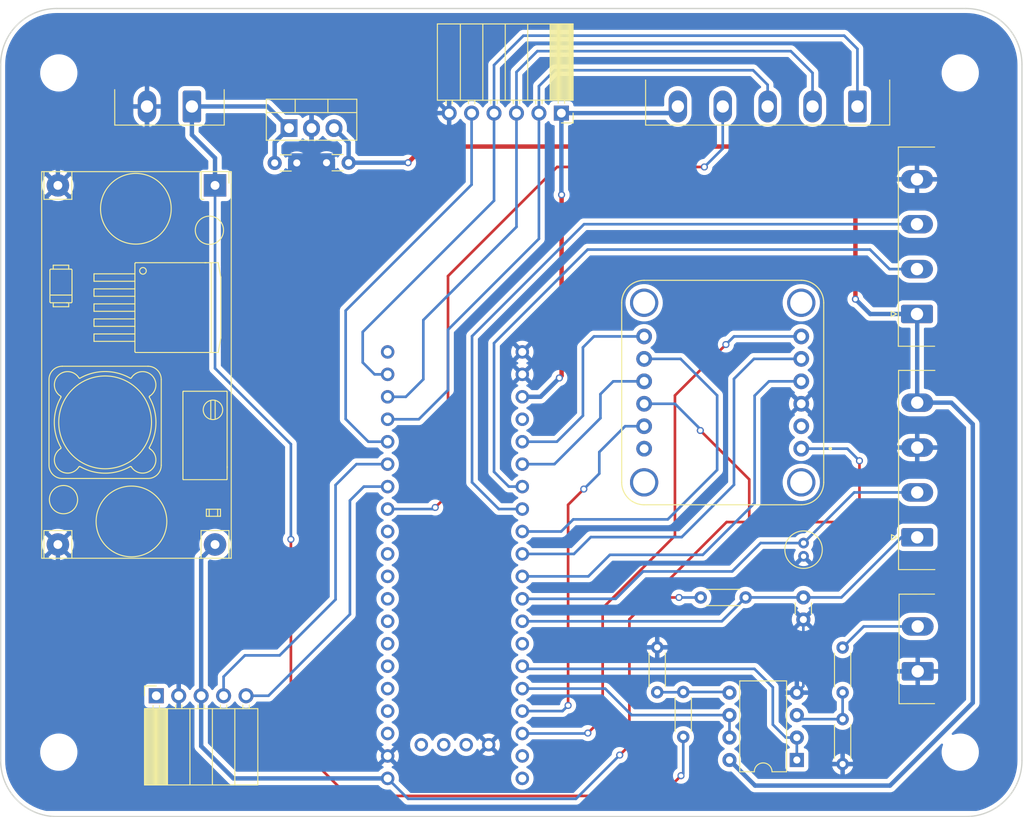
<source format=kicad_pcb>
(kicad_pcb (version 20211014) (generator pcbnew)
  (layers (0 "F.Cu" signal) (31 "B.Cu" signal) (34 "B.Paste" user) (35 "F.Paste" user) (36 "B.SilkS" user "B.Silkscreen") (37 "F.SilkS" user "F.Silkscreen") (38 "B.Mask" user) (39 "F.Mask" user) (44 "Edge.Cuts" user))
  (net 0 "")
  (net 1 "VCC")
  (net 2 "GND")
  (net 3 "+5V")
  (net 4 "/MCU/ANEM_DIR")
  (net 5 "/MCU/ANEM_SPEED")
  (net 6 "/MCU/CS_LORA")
  (net 7 "/MCU/SCK_2")
  (net 8 "/MCU/MOSI_2")
  (net 9 "/MCU/MISO_2")
  (net 10 "+3V3")
  (net 12 "/MCU/RX_GPS")
  (net 13 "/MCU/TX_GPS")
  (net 20 "/MCU/MOSI_1")
  (net 21 "/MCU/MISO_1")
  (net 22 "/MCU/SCK_1")
  (net 23 "/MCU/INT_BNO")
  (net 24 "/MCU/P0_BNO")
  (net 25 "/MCU/CS_BNO")
  (net 26 "/MCU/RST_BNO")
  (net 33 "/MCU/CS_SD")
  (net 34 "/ADC_BATERIAS/V_MOTOR")
  (net 35 "C_MOTOR_1")
  (net 36 "C_MOTOR_2")
  (net 37 "Net-(R300-Pad2)")
  (net 38 "Net-(R302-Pad2)")
  (net 39 "ADC_BAT")
  (net 40 "ADC_BAT_MOTOR")
  (footprint "Capacitor_THT:C_Disc_D3.0mm_W1.6mm_P2.50mm" (layer "F.Cu") (at 79.268 51.7652)
    (fp_text reference "C100" hide)
    (fp_text value "0.33u")
    (pad "1" thru_hole circle (at 0 0) (size 1.6 1.6) (drill 0.8) (layers *.Cu *.Mask) (net 1 "VCC"))
    (pad "2" thru_hole circle (at 2.5 0) (size 1.6 1.6) (drill 0.8) (layers *.Cu *.Mask) (net 2 "GND"))
  )
  (footprint "Package_DIP:DIP-8_W7.62mm" (layer "F.Cu") (at 138.3538 119.3292 180)
    (fp_text reference "U300" hide)
    (fp_text value "LM358")
    (pad "1" thru_hole rect (at 0 0 180) (size 1.6 1.6) (drill 0.8) (layers *.Cu *.Mask) (net 40 "ADC_BAT_MOTOR"))
    (pad "2" thru_hole oval (at 0 2.54 180) (size 1.6 1.6) (drill 0.8) (layers *.Cu *.Mask) (net 40 "ADC_BAT_MOTOR"))
    (pad "3" thru_hole oval (at 0 5.08 180) (size 1.6 1.6) (drill 0.8) (layers *.Cu *.Mask) (net 37 "Net-(R300-Pad2)"))
    (pad "4" thru_hole oval (at 0 7.62 180) (size 1.6 1.6) (drill 0.8) (layers *.Cu *.Mask) (net 2 "GND"))
    (pad "5" thru_hole oval (at 7.62 7.62 180) (size 1.6 1.6) (drill 0.8) (layers *.Cu *.Mask) (net 38 "Net-(R302-Pad2)"))
    (pad "6" thru_hole oval (at 7.62 5.08 180) (size 1.6 1.6) (drill 0.8) (layers *.Cu *.Mask) (net 39 "ADC_BAT"))
    (pad "7" thru_hole oval (at 7.62 2.54 180) (size 1.6 1.6) (drill 0.8) (layers *.Cu *.Mask) (net 39 "ADC_BAT"))
    (pad "8" thru_hole oval (at 7.62 0 180) (size 1.6 1.6) (drill 0.8) (layers *.Cu *.Mask) (net 3 "+5V"))
  )
  (footprint "Capacitor_THT:C_Disc_D3.0mm_W1.6mm_P2.50mm" (layer "F.Cu") (at 87.6354 51.7398 180)
    (fp_text reference "C101" hide)
    (fp_text value "0.1u")
    (pad "1" thru_hole circle (at 0 0 180) (size 1.6 1.6) (drill 0.8) (layers *.Cu *.Mask) (net 3 "+5V"))
    (pad "2" thru_hole circle (at 2.5 0 180) (size 1.6 1.6) (drill 0.8) (layers *.Cu *.Mask) (net 2 "GND"))
  )
  (footprint "Connector_Phoenix_MSTB:PhoenixContact_MSTBA_2,5_2-G-5,08_1x02_P5.08mm_Horizontal" (layer "F.Cu") (at 152.0322 109.2962 90)
    (fp_text reference "J300" hide)
    (fp_text value "BATERIA MOTOR")
    (pad "1" thru_hole roundrect (at 0 0 90) (size 2.08 3.6) (drill 1.4) (layers *.Cu *.Mask) (roundrect_rratio 0.120192) (net 2 "GND"))
    (pad "2" thru_hole oval (at 5.08 0 90) (size 2.08 3.6) (drill 1.4) (layers *.Cu *.Mask) (net 34 "/ADC_BATERIAS/V_MOTOR"))
  )
  (footprint "Resistor_THT:R_Axial_DIN0204_L3.6mm_D1.6mm_P5.08mm_Horizontal" (layer "F.Cu") (at 122.555 111.6584 90)
    (fp_text reference "R303" hide)
    (fp_text value "R")
    (pad "1" thru_hole circle (at 0 0 90) (size 1.4 1.4) (drill 0.7) (layers *.Cu *.Mask) (net 38 "Net-(R302-Pad2)"))
    (pad "2" thru_hole oval (at 5.08 0 90) (size 1.4 1.4) (drill 0.7) (layers *.Cu *.Mask) (net 2 "GND"))
  )
  (footprint "Capacitor_THT:C_Radial_D4.0mm_H5.0mm_P1.50mm" (layer "F.Cu") (at 139.1158 94.7794 -90)
    (fp_text reference "C200" hide)
    (fp_text value "10u")
    (pad "1" thru_hole circle (at 0 0 270) (size 1.2 1.2) (drill 0.6) (layers *.Cu *.Mask) (net 4 "/MCU/ANEM_DIR"))
    (pad "2" thru_hole circle (at 1.5 0 270) (size 1.2 1.2) (drill 0.6) (layers *.Cu *.Mask) (net 2 "GND"))
  )
  (footprint "Capacitor_THT:C_Disc_D3.0mm_W1.6mm_P2.50mm" (layer "F.Cu") (at 139.0904 103.4342 90)
    (fp_text reference "C201" hide)
    (fp_text value "22n")
    (pad "1" thru_hole circle (at 0 0 90) (size 1.6 1.6) (drill 0.8) (layers *.Cu *.Mask) (net 2 "GND"))
    (pad "2" thru_hole circle (at 2.5 0 90) (size 1.6 1.6) (drill 0.8) (layers *.Cu *.Mask) (net 5 "/MCU/ANEM_SPEED"))
  )
  (footprint "Resistor_THT:R_Axial_DIN0204_L3.6mm_D1.6mm_P5.08mm_Horizontal" (layer "F.Cu") (at 127.4772 100.9396)
    (fp_text reference "R200" hide)
    (fp_text value "4k7")
    (pad "1" thru_hole circle (at 0 0) (size 1.4 1.4) (drill 0.7) (layers *.Cu *.Mask) (net 10 "+3V3"))
    (pad "2" thru_hole oval (at 5.08 0) (size 1.4 1.4) (drill 0.7) (layers *.Cu *.Mask) (net 5 "/MCU/ANEM_SPEED"))
  )
  (footprint "Connector_Phoenix_MSTB:PhoenixContact_MSTBA_2,5_4-G-5,08_1x04_P5.08mm_Horizontal" (layer "F.Cu") (at 151.9499 68.8594 90)
    (fp_text reference "J301" hide)
    (fp_text value "CORRIENTE_ADC")
    (pad "1" thru_hole roundrect (at 0 0 90) (size 2.08 3.6) (drill 1.4) (layers *.Cu *.Mask) (roundrect_rratio 0.120192) (net 3 "+5V"))
    (pad "2" thru_hole oval (at 5.08 0 90) (size 2.08 3.6) (drill 1.4) (layers *.Cu *.Mask) (net 35 "C_MOTOR_1"))
    (pad "3" thru_hole oval (at 10.16 0 90) (size 2.08 3.6) (drill 1.4) (layers *.Cu *.Mask) (net 36 "C_MOTOR_2"))
    (pad "4" thru_hole oval (at 15.24 0 90) (size 2.08 3.6) (drill 1.4) (layers *.Cu *.Mask) (net 2 "GND"))
  )
  (footprint "Package_TO_SOT_THT:TO-220-3_Vertical" (layer "F.Cu") (at 80.899 47.8282)
    (fp_text reference "U101" hide)
    (fp_text value "LM7805_TO220")
    (pad "1" thru_hole rect (at 0 0) (size 1.905 2) (drill 1.1) (layers *.Cu *.Mask) (net 1 "VCC"))
    (pad "2" thru_hole oval (at 2.54 0) (size 1.905 2) (drill 1.1) (layers *.Cu *.Mask) (net 2 "GND"))
    (pad "3" thru_hole oval (at 5.08 0) (size 1.905 2) (drill 1.1) (layers *.Cu *.Mask) (net 3 "+5V"))
  )
  (footprint "BNO085:MODULE_4754" (layer "F.Cu") (at 129.9645 77.7494 90)
    (fp_text reference "U201" hide)
    (fp_text value "BNO085")
    (pad "JP1_1" thru_hole circle locked (at -6.35 8.89 90) (size 1.778 1.778) (drill 1) (layers *.Cu *.Mask) (net 10 "+3V3"))
    (pad "JP1_2" thru_hole circle locked (at -3.81 8.89 90) (size 1.778 1.778) (drill 1) (layers *.Cu *.Mask))
    (pad "JP1_3" thru_hole circle locked (at -1.27 8.89 90) (size 1.778 1.778) (drill 1) (layers *.Cu *.Mask) (net 2 "GND"))
    (pad "JP1_4" thru_hole circle locked (at 1.27 8.89 90) (size 1.778 1.778) (drill 1) (layers *.Cu *.Mask) (net 22 "/MCU/SCK_1"))
    (pad "JP1_5" thru_hole circle locked (at 3.81 8.89 90) (size 1.778 1.778) (drill 1) (layers *.Cu *.Mask) (net 21 "/MCU/MISO_1"))
    (pad "JP1_6" thru_hole circle locked (at 6.35 8.89 90) (size 1.778 1.778) (drill 1) (layers *.Cu *.Mask) (net 23 "/MCU/INT_BNO"))
    (pad "JP2_1" thru_hole circle locked (at -6.35 -8.89 90) (size 1.778 1.778) (drill 1) (layers *.Cu *.Mask))
    (pad "JP2_2" thru_hole circle locked (at -3.81 -8.89 90) (size 1.778 1.778) (drill 1) (layers *.Cu *.Mask) (net 24 "/MCU/P0_BNO"))
    (pad "JP2_3" thru_hole circle locked (at -1.27 -8.89 90) (size 1.778 1.778) (drill 1) (layers *.Cu *.Mask) (net 10 "+3V3"))
    (pad "JP2_4" thru_hole circle locked (at 1.27 -8.89 90) (size 1.778 1.778) (drill 1) (layers *.Cu *.Mask) (net 26 "/MCU/RST_BNO"))
    (pad "JP2_5" thru_hole circle locked (at 3.81 -8.89 90) (size 1.778 1.778) (drill 1) (layers *.Cu *.Mask) (net 20 "/MCU/MOSI_1"))
    (pad "JP2_6" thru_hole circle locked (at 6.35 -8.89 90) (size 1.778 1.778) (drill 1) (layers *.Cu *.Mask) (net 25 "/MCU/CS_BNO"))
    (pad "P1" thru_hole circle locked (at -10.16 -8.89 90) (size 3.2 3.2) (drill 2.5) (layers *.Cu *.Mask))
    (pad "P2" thru_hole circle locked (at 10.16 -8.89 90) (size 3.2 3.2) (drill 2.5) (layers *.Cu *.Mask))
    (pad "P3" thru_hole circle locked (at -10.16 8.89 90) (size 3.2 3.2) (drill 2.5) (layers *.Cu *.Mask))
    (pad "P4" thru_hole circle locked (at 10.16 8.89 90) (size 3.2 3.2) (drill 2.5) (layers *.Cu *.Mask))
  )
  (footprint "Connector_Phoenix_MSTB:PhoenixContact_MSTBA_2,5_4-G-5,08_1x04_P5.08mm_Horizontal" (layer "F.Cu") (at 151.9753 94.1324 90)
    (fp_text reference "J202" hide)
    (fp_text value "ANEM")
    (pad "1" thru_hole roundrect (at 0 0 90) (size 2.08 3.6) (drill 1.4) (layers *.Cu *.Mask) (roundrect_rratio 0.120192) (net 5 "/MCU/ANEM_SPEED"))
    (pad "2" thru_hole oval (at 5.08 0 90) (size 2.08 3.6) (drill 1.4) (layers *.Cu *.Mask) (net 4 "/MCU/ANEM_DIR"))
    (pad "3" thru_hole oval (at 10.16 0 90) (size 2.08 3.6) (drill 1.4) (layers *.Cu *.Mask) (net 2 "GND"))
    (pad "4" thru_hole oval (at 15.24 0 90) (size 2.08 3.6) (drill 1.4) (layers *.Cu *.Mask) (net 3 "+5V"))
  )
  (footprint "MountingHole:MountingHole_3.2mm_M3" (layer "F.Cu") (at 156.845 41.5798)
    (fp_text reference "H2" hide)
    (fp_text value "MountingHole")
    (pad "" np_thru_hole circle (at 0 0) (size 3.2 3.2) (drill 3.2) (layers *.Cu *.Mask))
  )
  (footprint "Connector_PinSocket_2.54mm:PinSocket_1x06_P2.54mm_Horizontal" (layer "F.Cu") (at 111.7096 46.1266 -90)
    (fp_text reference "J203" hide)
    (fp_text value "MICROSD")
    (pad "1" thru_hole rect (at 0 0 270) (size 1.7 1.7) (drill 1) (layers *.Cu *.Mask) (net 10 "+3V3"))
    (pad "2" thru_hole oval (at 0 2.54 270) (size 1.7 1.7) (drill 1) (layers *.Cu *.Mask) (net 8 "/MCU/MOSI_2"))
    (pad "3" thru_hole oval (at 0 5.08 270) (size 1.7 1.7) (drill 1) (layers *.Cu *.Mask) (net 9 "/MCU/MISO_2"))
    (pad "4" thru_hole oval (at 0 7.62 270) (size 1.7 1.7) (drill 1) (layers *.Cu *.Mask) (net 7 "/MCU/SCK_2"))
    (pad "5" thru_hole oval (at 0 10.16 270) (size 1.7 1.7) (drill 1) (layers *.Cu *.Mask) (net 33 "/MCU/CS_SD"))
    (pad "6" thru_hole oval (at 0 12.7 270) (size 1.7 1.7) (drill 1) (layers *.Cu *.Mask) (net 2 "GND"))
  )
  (footprint "MountingHole:MountingHole_3.2mm_M3" (layer "F.Cu") (at 156.845 118.4402)
    (fp_text reference "H1" hide)
    (fp_text value "MountingHole")
    (pad "" np_thru_hole circle (at 0 0) (size 3.2 3.2) (drill 3.2) (layers *.Cu *.Mask))
  )
  (footprint "Blue_Pill:blue_pill" (layer "F.Cu") (at 101.5746 94.107)
    (fp_text reference "U200" hide)
    (fp_text value "BP")
    (pad "3V3" thru_hole circle locked (at 5.715 -15.875) (size 1.524 1.524) (drill 0.9) (layers *.Cu *.Mask) (net 10 "+3V3"))
    (pad "3V3" thru_hole circle locked (at -5.715 23.495) (size 1.524 1.524) (drill 0.9) (layers *.Cu *.Mask) (net 10 "+3V3"))
    (pad "3V3" thru_hole circle locked (at -9.525 27.305) (size 1.524 1.524) (drill 0.9) (layers *.Cu *.Mask) (net 10 "+3V3"))
    (pad "5V" thru_hole circle locked (at -9.525 22.225) (size 1.524 1.524) (drill 0.9) (layers *.Cu *.Mask))
    (pad "G" thru_hole circle locked (at -9.525 24.765) (size 1.524 1.524) (drill 0.9) (layers *.Cu *.Mask) (net 2 "GND"))
    (pad "G" thru_hole circle locked (at 5.715 -18.415) (size 1.524 1.524) (drill 0.9) (layers *.Cu *.Mask) (net 2 "GND"))
    (pad "G" thru_hole circle locked (at 5.715 -20.955) (size 1.524 1.524) (drill 0.9) (layers *.Cu *.Mask) (net 2 "GND"))
    (pad "G" thru_hole circle locked (at 1.905 23.495) (size 1.524 1.524) (drill 0.9) (layers *.Cu *.Mask) (net 2 "GND"))
    (pad "NRST" thru_hole circle locked (at 5.715 -13.335) (size 1.524 1.524) (drill 0.9) (layers *.Cu *.Mask))
    (pad "PA0" thru_hole circle locked (at 5.715 17.145) (size 1.524 1.524) (drill 0.9) (layers *.Cu *.Mask) (net 39 "ADC_BAT"))
    (pad "PA1" thru_hole circle locked (at 5.715 14.605) (size 1.524 1.524) (drill 0.9) (layers *.Cu *.Mask) (net 40 "ADC_BAT_MOTOR"))
    (pad "PA2" thru_hole circle locked (at 5.715 12.065) (size 1.524 1.524) (drill 0.9) (layers *.Cu *.Mask))
    (pad "PA3" thru_hole circle locked (at 5.715 9.525) (size 1.524 1.524) (drill 0.9) (layers *.Cu *.Mask) (net 5 "/MCU/ANEM_SPEED"))
    (pad "PA4" thru_hole circle locked (at 5.715 6.985) (size 1.524 1.524) (drill 0.9) (layers *.Cu *.Mask) (net 4 "/MCU/ANEM_DIR"))
    (pad "PA5" thru_hole circle locked (at 5.715 4.445) (size 1.524 1.524) (drill 0.9) (layers *.Cu *.Mask) (net 22 "/MCU/SCK_1"))
    (pad "PA6" thru_hole circle locked (at 5.715 1.905) (size 1.524 1.524) (drill 0.9) (layers *.Cu *.Mask) (net 21 "/MCU/MISO_1"))
    (pad "PA7" thru_hole circle locked (at 5.715 -0.635) (size 1.524 1.524) (drill 0.9) (layers *.Cu *.Mask) (net 20 "/MCU/MOSI_1"))
    (pad "PA8" thru_hole circle locked (at -9.525 -10.795) (size 1.524 1.524) (drill 0.9) (layers *.Cu *.Mask) (net 33 "/MCU/CS_SD"))
    (pad "PA9" thru_hole circle locked (at -9.525 -8.255) (size 1.524 1.524) (drill 0.9) (layers *.Cu *.Mask) (net 12 "/MCU/RX_GPS"))
    (pad "PA10" thru_hole circle locked (at -9.525 -5.715) (size 1.524 1.524) (drill 0.9) (layers *.Cu *.Mask) (net 13 "/MCU/TX_GPS"))
    (pad "PA11" thru_hole circle locked (at -9.525 -3.175) (size 1.524 1.524) (drill 0.9) (layers *.Cu *.Mask) (net 6 "/MCU/CS_LORA"))
    (pad "PA12" thru_hole circle locked (at -9.525 -0.635) (size 1.524 1.524) (drill 0.9) (layers *.Cu *.Mask))
    (pad "PA15" thru_hole circle locked (at -9.525 1.905) (size 1.524 1.524) (drill 0.9) (layers *.Cu *.Mask))
    (pad "PB0" thru_hole circle locked (at 5.715 -3.175) (size 1.524 1.524) (drill 0.9) (layers *.Cu *.Mask) (net 36 "C_MOTOR_2"))
    (pad "PB1" thru_hole circle locked (at 5.715 -5.715) (size 1.524 1.524) (drill 0.9) (layers *.Cu *.Mask) (net 35 "C_MOTOR_1"))
    (pad "PB3" thru_hole circle locked (at -9.525 4.445) (size 1.524 1.524) (drill 0.9) (layers *.Cu *.Mask))
    (pad "PB4" thru_hole circle locked (at -9.525 6.985) (size 1.524 1.524) (drill 0.9) (layers *.Cu *.Mask))
    (pad "PB5" thru_hole circle locked (at -9.525 9.525) (size 1.524 1.524) (drill 0.9) (layers *.Cu *.Mask))
    (pad "PB6" thru_hole circle locked (at -9.525 12.065) (size 1.524 1.524) (drill 0.9) (layers *.Cu *.Mask))
    (pad "PB7" thru_hole circle locked (at -9.525 14.605) (size 1.524 1.524) (drill 0.9) (layers *.Cu *.Mask))
    (pad "PB8" thru_hole circle locked (at -9.525 17.145) (size 1.524 1.524) (drill 0.9) (layers *.Cu *.Mask))
    (pad "PB9" thru_hole circle locked (at -9.525 19.685) (size 1.524 1.524) (drill 0.9) (layers *.Cu *.Mask))
    (pad "PB10" thru_hole circle locked (at 5.715 -8.255) (size 1.524 1.524) (drill 0.9) (layers *.Cu *.Mask) (net 26 "/MCU/RST_BNO"))
    (pad "PB11" thru_hole circle locked (at 5.715 -10.795) (size 1.524 1.524) (drill 0.9) (layers *.Cu *.Mask) (net 25 "/MCU/CS_BNO"))
    (pad "PB12" thru_hole circle locked (at -9.525 -20.955) (size 1.524 1.524) (drill 0.9) (layers *.Cu *.Mask))
    (pad "PB13" thru_hole circle locked (at -9.525 -18.415) (size 1.524 1.524) (drill 0.9) (layers *.Cu *.Mask) (net 7 "/MCU/SCK_2"))
    (pad "PB14" thru_hole circle locked (at -9.525 -15.875) (size 1.524 1.524) (drill 0.9) (layers *.Cu *.Mask) (net 9 "/MCU/MISO_2"))
    (pad "PB15" thru_hole circle locked (at -9.525 -13.335) (size 1.524 1.524) (drill 0.9) (layers *.Cu *.Mask) (net 8 "/MCU/MOSI_2"))
    (pad "PC13" thru_hole circle locked (at 5.715 24.765) (size 1.524 1.524) (drill 0.9) (layers *.Cu *.Mask))
    (pad "PC14" thru_hole circle locked (at 5.715 22.225) (size 1.524 1.524) (drill 0.9) (layers *.Cu *.Mask) (net 23 "/MCU/INT_BNO"))
    (pad "PC15" thru_hole circle locked (at 5.715 19.685) (size 1.524 1.524) (drill 0.9) (layers *.Cu *.Mask) (net 24 "/MCU/P0_BNO"))
    (pad "SWCLK" thru_hole circle locked (at -0.635 23.495) (size 1.524 1.524) (drill 0.9) (layers *.Cu *.Mask))
    (pad "SWO" thru_hole circle locked (at -3.175 23.495) (size 1.524 1.524) (drill 0.9) (layers *.Cu *.Mask))
    (pad "VBAT" thru_hole circle locked (at 5.715 27.305) (size 1.524 1.524) (drill 0.9) (layers *.Cu *.Mask))
  )
  (footprint "Resistor_THT:R_Axial_DIN0204_L3.6mm_D1.6mm_P5.08mm_Horizontal" (layer "F.Cu") (at 143.5354 114.7064 -90)
    (fp_text reference "R301" hide)
    (fp_text value "R")
    (pad "1" thru_hole circle (at 0 0 270) (size 1.4 1.4) (drill 0.7) (layers *.Cu *.Mask) (net 37 "Net-(R300-Pad2)"))
    (pad "2" thru_hole oval (at 5.08 0 270) (size 1.4 1.4) (drill 0.7) (layers *.Cu *.Mask) (net 2 "GND"))
  )
  (footprint "MountingHole:MountingHole_3.2mm_M3" (layer "F.Cu") (at 54.8386 118.4402)
    (fp_text reference "H4" hide)
    (fp_text value "MountingHole")
    (pad "" np_thru_hole circle (at 0 0) (size 3.2 3.2) (drill 3.2) (layers *.Cu *.Mask))
  )
  (footprint "Connector_Phoenix_MSTB:PhoenixContact_MSTBA_2,5_2-G-5,08_1x02_P5.08mm_Horizontal" (layer "F.Cu") (at 69.9008 45.3766 180)
    (fp_text reference "J100" hide)
    (fp_text value "VCC SUPPLY")
    (pad "1" thru_hole roundrect (at 0 0 180) (size 2.08 3.6) (drill 1.4) (layers *.Cu *.Mask) (roundrect_rratio 0.120192) (net 1 "VCC"))
    (pad "2" thru_hole oval (at 5.08 0 180) (size 2.08 3.6) (drill 1.4) (layers *.Cu *.Mask) (net 2 "GND"))
  )
  (footprint "MountingHole:MountingHole_3.2mm_M3" (layer "F.Cu") (at 54.8386 41.5798)
    (fp_text reference "H3" hide)
    (fp_text value "MountingHole")
    (pad "" np_thru_hole circle (at 0 0) (size 3.2 3.2) (drill 3.2) (layers *.Cu *.Mask))
  )
  (footprint "Connector_PinSocket_2.54mm:PinSocket_1x05_P2.54mm_Horizontal" (layer "F.Cu") (at 65.8676 112.059 90)
    (fp_text reference "J201" hide)
    (fp_text value "GPS")
    (pad "1" thru_hole rect (at 0 0 90) (size 1.7 1.7) (drill 1) (layers *.Cu *.Mask))
    (pad "2" thru_hole oval (at 0 2.54 90) (size 1.7 1.7) (drill 1) (layers *.Cu *.Mask) (net 2 "GND"))
    (pad "3" thru_hole oval (at 0 5.08 90) (size 1.7 1.7) (drill 1) (layers *.Cu *.Mask) (net 10 "+3V3"))
    (pad "4" thru_hole oval (at 0 7.62 90) (size 1.7 1.7) (drill 1) (layers *.Cu *.Mask) (net 12 "/MCU/RX_GPS"))
    (pad "5" thru_hole oval (at 0 10.16 90) (size 1.7 1.7) (drill 1) (layers *.Cu *.Mask) (net 13 "/MCU/TX_GPS"))
  )
  (footprint "Connector_Phoenix_MSTB:PhoenixContact_MSTBA_2,5_5-G-5,08_1x05_P5.08mm_Horizontal" (layer "F.Cu") (at 145.2118 45.3766 180)
    (fp_text reference "J200" hide)
    (fp_text value "LORA")
    (pad "1" thru_hole roundrect (at 0 0 180) (size 2.08 3.6) (drill 1.4) (layers *.Cu *.Mask) (roundrect_rratio 0.120192) (net 7 "/MCU/SCK_2"))
    (pad "2" thru_hole oval (at 5.08 0 180) (size 2.08 3.6) (drill 1.4) (layers *.Cu *.Mask) (net 9 "/MCU/MISO_2"))
    (pad "3" thru_hole oval (at 10.16 0 180) (size 2.08 3.6) (drill 1.4) (layers *.Cu *.Mask) (net 8 "/MCU/MOSI_2"))
    (pad "4" thru_hole oval (at 15.24 0 180) (size 2.08 3.6) (drill 1.4) (layers *.Cu *.Mask) (net 6 "/MCU/CS_LORA"))
    (pad "5" thru_hole oval (at 20.32 0 180) (size 2.08 3.6) (drill 1.4) (layers *.Cu *.Mask) (net 10 "+3V3"))
  )
  (footprint "Resistor_THT:R_Axial_DIN0204_L3.6mm_D1.6mm_P5.08mm_Horizontal" (layer "F.Cu") (at 125.5014 116.713 90)
    (fp_text reference "R302" hide)
    (fp_text value "R")
    (pad "1" thru_hole circle (at 0 0 90) (size 1.4 1.4) (drill 0.7) (layers *.Cu *.Mask) (net 1 "VCC"))
    (pad "2" thru_hole oval (at 5.08 0 90) (size 1.4 1.4) (drill 0.7) (layers *.Cu *.Mask) (net 38 "Net-(R302-Pad2)"))
  )
  (footprint "LM2596:YAAJ_DCDC_StepDown_LM2596" (layer "F.Cu") (at 72.517 54.3052 -90)
    (fp_text reference "U100" hide)
    (fp_text value "YAAJ_DCDC_StepDown_LM2596")
    (pad "1" thru_hole rect locked (at 0 0 270) (size 2.54 2.54) (drill 1) (layers *.Cu *.Mask) (net 1 "VCC"))
    (pad "2" thru_hole circle locked (at 0 17.78 270) (size 2.54 2.54) (drill 1) (layers *.Cu *.Mask) (net 2 "GND"))
    (pad "3" thru_hole circle locked (at 40.64 17.78 270) (size 2.54 2.54) (drill 1) (layers *.Cu *.Mask) (net 2 "GND"))
    (pad "4" thru_hole circle locked (at 40.64 0 270) (size 2.54 2.54) (drill 1) (layers *.Cu *.Mask) (net 10 "+3V3"))
  )
  (footprint "Resistor_THT:R_Axial_DIN0204_L3.6mm_D1.6mm_P5.08mm_Horizontal" (layer "F.Cu") (at 143.5354 106.6038 -90)
    (fp_text reference "R300" hide)
    (fp_text value "R")
    (pad "1" thru_hole circle (at 0 0 270) (size 1.4 1.4) (drill 0.7) (layers *.Cu *.Mask) (net 34 "/ADC_BATERIAS/V_MOTOR"))
    (pad "2" thru_hole oval (at 5.08 0 270) (size 1.4 1.4) (drill 0.7) (layers *.Cu *.Mask) (net 37 "Net-(R300-Pad2)"))
  )
  (gr_line (start 157.48 125.73) (end 54.61 125.73) (layer "Edge.Cuts") (width 0.15))
  (gr_line (start 163.83 40.64) (end 163.83 119.38) (layer "Edge.Cuts") (width 0.15))
  (gr_arc (start 54.61 125.73) (mid 50.119872 123.870128) (end 48.26 119.38) (layer "Edge.Cuts") (width 0.15))
  (gr_line (start 48.26 119.38) (end 48.26 40.64) (layer "Edge.Cuts") (width 0.15))
  (gr_arc (start 157.48 34.29) (mid 161.970128 36.149872) (end 163.83 40.64) (layer "Edge.Cuts") (width 0.15))
  (gr_line (start 54.61 34.29) (end 157.48 34.29) (layer "Edge.Cuts") (width 0.15))
  (gr_arc (start 163.83 119.38) (mid 161.970128 123.870128) (end 157.48 125.73) (layer "Edge.Cuts") (width 0.15))
  (gr_arc (start 48.26 40.64) (mid 50.119872 36.149872) (end 54.61 34.29) (layer "Edge.Cuts") (width 0.15))
  (segment (start 81.1022 116.9416) (end 87.5538 123.3932) (width 0.3) (layer "F.Cu") (net 1))
  (segment (start 81.1022 94.361) (end 81.1022 116.9416) (width 0.3) (layer "F.Cu") (net 1))
  (segment (start 87.5538 123.3932) (end 122.9614 123.3932) (width 0.3) (layer "F.Cu") (net 1))
  (segment (start 122.9614 123.3932) (end 125.2474 121.1072) (width 0.3) (layer "F.Cu") (net 1))
  (via (at 81.1022 94.361) (size 0.8) (drill 0.5) (layers "F.Cu" "B.Cu") (net 1))
  (via (at 125.2474 121.1072) (size 0.8) (drill 0.5) (layers "F.Cu" "B.Cu") (net 1))
  (segment (start 72.517 75.0062) (end 81.1022 83.5914) (width 0.3) (layer "B.Cu") (net 1))
  (segment (start 72.517 51.2064) (end 72.517 54.3052) (width 0.5) (layer "B.Cu") (net 1))
  (segment (start 72.517 54.3052) (end 72.517 75.0062) (width 0.3) (layer "B.Cu") (net 1))
  (segment (start 81.1022 83.5914) (end 81.1022 94.361) (width 0.3) (layer "B.Cu") (net 1))
  (segment (start 79.268 49.4592) (end 80.899 47.8282) (width 0.5) (layer "B.Cu") (net 1))
  (segment (start 78.4474 45.3766) (end 80.899 47.8282) (width 0.5) (layer "B.Cu") (net 1))
  (segment (start 125.5014 120.8532) (end 125.5014 116.713) (width 0.3) (layer "B.Cu") (net 1))
  (segment (start 69.9008 45.3766) (end 69.9008 48.5902) (width 0.5) (layer "B.Cu") (net 1))
  (segment (start 69.9008 45.3766) (end 78.4474 45.3766) (width 0.5) (layer "B.Cu") (net 1))
  (segment (start 69.9008 48.5902) (end 72.517 51.2064) (width 0.5) (layer "B.Cu") (net 1))
  (segment (start 125.2474 121.1072) (end 125.5014 120.8532) (width 0.3) (layer "B.Cu") (net 1))
  (segment (start 79.268 51.7652) (end 79.268 49.4592) (width 0.5) (layer "B.Cu") (net 1))
  (segment (start 58.674 104.2924) (end 65.9638 104.2924) (width 0.5) (layer "B.Cu") (net 2))
  (segment (start 84.836 44.196) (end 97.079 44.196) (width 0.5) (layer "B.Cu") (net 2))
  (segment (start 64.8208 47.9044) (end 64.8208 45.3766) (width 0.5) (layer "B.Cu") (net 2))
  (segment (start 54.737 54.3052) (end 54.737 51.7652) (width 0.5) (layer "B.Cu") (net 2))
  (segment (start 152.0322 114.0582) (end 152.0322 109.2962) (width 0.3) (layer "B.Cu") (net 2))
  (segment (start 83.439 47.8282) (end 83.439 50.0434) (width 0.5) (layer "B.Cu") (net 2))
  (segment (start 83.439 45.593) (end 84.836 44.196) (width 0.5) (layer "B.Cu") (net 2))
  (segment (start 56.7436 49.7586) (end 62.9666 49.7586) (width 0.5) (layer "B.Cu") (net 2))
  (segment (start 138.3538 111.7092) (end 139.0904 110.9726) (width 0.3) (layer "B.Cu") (net 2))
  (segment (start 65.9638 104.2924) (end 68.4076 106.7362) (width 0.5) (layer "B.Cu") (net 2))
  (segment (start 83.439 47.8282) (end 83.439 45.593) (width 0.5) (layer "B.Cu") (net 2))
  (segment (start 139.0904 110.9726) (end 139.0904 103.4342) (width 0.3) (layer "B.Cu") (net 2))
  (segment (start 54.737 94.9452) (end 54.737 100.3554) (width 0.5) (layer "B.Cu") (net 2))
  (segment (start 143.5354 119.7864) (end 146.304 119.7864) (width 0.3) (layer "B.Cu") (net 2))
  (segment (start 97.079 44.196) (end 99.0096 46.1266) (width 0.5) (layer "B.Cu") (net 2))
  (segment (start 62.9666 49.7586) (end 64.8208 47.9044) (width 0.5) (layer "B.Cu") (net 2))
  (segment (start 54.737 51.7652) (end 56.7436 49.7586) (width 0.5) (layer "B.Cu") (net 2))
  (segment (start 83.439 50.0434) (end 85.1354 51.7398) (width 0.5) (layer "B.Cu") (net 2))
  (segment (start 54.737 100.3554) (end 58.674 104.2924) (width 0.5) (layer "B.Cu") (net 2))
  (segment (start 146.304 119.7864) (end 152.0322 114.0582) (width 0.3) (layer "B.Cu") (net 2))
  (segment (start 68.4076 106.7362) (end 68.4076 112.059) (width 0.5) (layer "B.Cu") (net 2))
  (segment (start 94.361 51.7398) (end 96.1898 49.911) (width 0.5) (layer "F.Cu") (net 3))
  (segment (start 96.1898 49.911) (end 140.2334 49.911) (width 0.5) (layer "F.Cu") (net 3))
  (segment (start 144.9832 54.6608) (end 144.9832 67.183) (width 0.5) (layer "F.Cu") (net 3))
  (segment (start 140.2334 49.911) (end 144.9832 54.6608) (width 0.5) (layer "F.Cu") (net 3))
  (via (at 94.361 51.7398) (size 0.8) (drill 0.5) (layers "F.Cu" "B.Cu") (net 3))
  (via (at 144.9832 67.183) (size 0.8) (drill 0.5) (layers "F.Cu" "B.Cu") (net 3))
  (segment (start 151.9753 68.8848) (end 151.9753 78.8924) (width 0.5) (layer "B.Cu") (net 3))
  (segment (start 85.979 47.8282) (end 87.6354 49.4846) (width 0.5) (layer "B.Cu") (net 3))
  (segment (start 133.6294 122.2248) (end 130.7338 119.3292) (width 0.5) (layer "B.Cu") (net 3))
  (segment (start 87.6354 51.7398) (end 94.361 51.7398) (width 0.5) (layer "B.Cu") (net 3))
  (segment (start 151.9499 68.8594) (end 151.9753 68.8848) (width 0.5) (layer "B.Cu") (net 3))
  (segment (start 151.9753 78.8924) (end 155.829 78.8924) (width 0.5) (layer "B.Cu") (net 3))
  (segment (start 155.829 78.8924) (end 158.2674 81.3308) (width 0.5) (layer "B.Cu") (net 3))
  (segment (start 158.2674 112.8522) (end 148.8948 122.2248) (width 0.5) (layer "B.Cu") (net 3))
  (segment (start 144.9832 67.183) (end 146.6596 68.8594) (width 0.5) (layer "B.Cu") (net 3))
  (segment (start 158.2674 81.3308) (end 158.2674 112.8522) (width 0.5) (layer "B.Cu") (net 3))
  (segment (start 148.8948 122.2248) (end 133.6294 122.2248) (width 0.5) (layer "B.Cu") (net 3))
  (segment (start 146.6596 68.8594) (end 151.9499 68.8594) (width 0.5) (layer "B.Cu") (net 3))
  (segment (start 87.6354 49.4846) (end 87.6354 51.7398) (width 0.5) (layer "B.Cu") (net 3))
  (segment (start 134.2524 94.7794) (end 139.1158 94.7794) (width 0.3) (layer "B.Cu") (net 4))
  (segment (start 107.2896 101.092) (end 117.856 101.092) (width 0.3) (layer "B.Cu") (net 4))
  (segment (start 144.8428 89.0524) (end 139.1158 94.7794) (width 0.3) (layer "B.Cu") (net 4))
  (segment (start 120.9548 97.9932) (end 131.0386 97.9932) (width 0.3) (layer "B.Cu") (net 4))
  (segment (start 131.0386 97.9932) (end 134.2524 94.7794) (width 0.3) (layer "B.Cu") (net 4))
  (segment (start 151.9753 89.0524) (end 144.8428 89.0524) (width 0.3) (layer "B.Cu") (net 4))
  (segment (start 117.856 101.092) (end 120.9548 97.9932) (width 0.3) (layer "B.Cu") (net 4))
  (segment (start 139.0904 100.9342) (end 132.5626 100.9342) (width 0.3) (layer "B.Cu") (net 5))
  (segment (start 151.9753 94.1324) (end 150.1902 94.1324) (width 0.3) (layer "B.Cu") (net 5))
  (segment (start 143.3884 100.9342) (end 139.0904 100.9342) (width 0.3) (layer "B.Cu") (net 5))
  (segment (start 107.2896 103.632) (end 129.8648 103.632) (width 0.3) (layer "B.Cu") (net 5))
  (segment (start 150.1902 94.1324) (end 143.3884 100.9342) (width 0.3) (layer "B.Cu") (net 5))
  (segment (start 132.5626 100.9342) (end 132.5572 100.9396) (width 0.3) (layer "B.Cu") (net 5))
  (segment (start 129.8648 103.632) (end 132.5572 100.9396) (width 0.3) (layer "B.Cu") (net 5))
  (segment (start 127.889 52.2224) (end 111.2266 52.2224) (width 0.3) (layer "F.Cu") (net 6))
  (segment (start 98.8822 64.5668) (end 111.2266 52.2224) (width 0.3) (layer "F.Cu") (net 6))
  (segment (start 98.8822 64.5668) (end 98.8822 89.3064) (width 0.3) (layer "F.Cu") (net 6))
  (segment (start 98.8822 89.3064) (end 97.4344 90.7542) (width 0.3) (layer "F.Cu") (net 6))
  (via (at 97.4344 90.7542) (size 0.8) (drill 0.5) (layers "F.Cu" "B.Cu") (net 6))
  (via (at 127.889 52.2224) (size 0.8) (drill 0.5) (layers "F.Cu" "B.Cu") (net 6))
  (segment (start 129.9718 45.3766) (end 129.9718 50.1396) (width 0.3) (layer "B.Cu") (net 6))
  (segment (start 97.2566 90.932) (end 92.0496 90.932) (width 0.3) (layer "B.Cu") (net 6))
  (segment (start 97.4344 90.7542) (end 97.2566 90.932) (width 0.3) (layer "B.Cu") (net 6))
  (segment (start 129.9718 50.1396) (end 127.889 52.2224) (width 0.3) (layer "B.Cu") (net 6))
  (segment (start 89.2302 74.3458) (end 89.2302 70.8914) (width 0.3) (layer "B.Cu") (net 7))
  (segment (start 92.0496 75.692) (end 90.5764 75.692) (width 0.3) (layer "B.Cu") (net 7))
  (segment (start 89.2302 70.8914) (end 104.0896 56.032) (width 0.3) (layer "B.Cu") (net 7))
  (segment (start 145.2118 38.862) (end 145.2118 45.3766) (width 0.3) (layer "B.Cu") (net 7))
  (segment (start 104.0896 56.032) (end 104.0896 46.1266) (width 0.3) (layer "B.Cu") (net 7))
  (segment (start 90.5764 75.692) (end 89.2302 74.3458) (width 0.3) (layer "B.Cu") (net 7))
  (segment (start 143.7132 37.3634) (end 145.2118 38.862) (width 0.3) (layer "B.Cu") (net 7))
  (segment (start 104.0896 40.6904) (end 107.4166 37.3634) (width 0.3) (layer "B.Cu") (net 7))
  (segment (start 107.4166 37.3634) (end 143.7132 37.3634) (width 0.3) (layer "B.Cu") (net 7))
  (segment (start 104.0896 46.1266) (end 104.0896 40.6904) (width 0.3) (layer "B.Cu") (net 7))
  (segment (start 133.4008 41.275) (end 135.0518 42.926) (width 0.3) (layer "B.Cu") (net 8))
  (segment (start 109.1696 43.078) (end 110.9726 41.275) (width 0.3) (layer "B.Cu") (net 8))
  (segment (start 98.8822 70.6374) (end 109.1696 60.35) (width 0.3) (layer "B.Cu") (net 8))
  (segment (start 92.0496 80.772) (end 95.5802 80.772) (width 0.3) (layer "B.Cu") (net 8))
  (segment (start 98.8822 77.47) (end 98.8822 70.6374) (width 0.3) (layer "B.Cu") (net 8))
  (segment (start 135.0518 42.926) (end 135.0518 45.3766) (width 0.3) (layer "B.Cu") (net 8))
  (segment (start 110.9726 41.275) (end 133.4008 41.275) (width 0.3) (layer "B.Cu") (net 8))
  (segment (start 95.5802 80.772) (end 98.8822 77.47) (width 0.3) (layer "B.Cu") (net 8))
  (segment (start 109.1696 60.35) (end 109.1696 46.1266) (width 0.3) (layer "B.Cu") (net 8))
  (segment (start 109.1696 46.1266) (end 109.1696 43.078) (width 0.3) (layer "B.Cu") (net 8))
  (segment (start 106.6296 59.0038) (end 106.6296 46.1266) (width 0.3) (layer "B.Cu") (net 9))
  (segment (start 140.1318 41.5798) (end 140.1318 45.3766) (width 0.3) (layer "B.Cu") (net 9))
  (segment (start 106.6296 41.4778) (end 108.9914 39.116) (width 0.3) (layer "B.Cu") (net 9))
  (segment (start 137.668 39.116) (end 140.1318 41.5798) (width 0.3) (layer "B.Cu") (net 9))
  (segment (start 92.0496 78.232) (end 94.107 78.232) (width 0.3) (layer "B.Cu") (net 9))
  (segment (start 94.107 78.232) (end 96.0882 76.2508) (width 0.3) (layer "B.Cu") (net 9))
  (segment (start 108.9914 39.116) (end 137.668 39.116) (width 0.3) (layer "B.Cu") (net 9))
  (segment (start 96.0882 69.5452) (end 106.6296 59.0038) (width 0.3) (layer "B.Cu") (net 9))
  (segment (start 106.6296 46.1266) (end 106.6296 41.4778) (width 0.3) (layer "B.Cu") (net 9))
  (segment (start 96.0882 76.2508) (end 96.0882 69.5452) (width 0.3) (layer "B.Cu") (net 9))
  (segment (start 132.969 92.4052) (end 133.477 92.4052) (width 0.3) (layer "F.Cu") (net 10))
  (segment (start 123.19 99.6188) (end 130.4036 92.4052) (width 0.3) (layer "F.Cu") (net 10))
  (segment (start 132.5626 92.4052) (end 132.969 91.9988) (width 0.3) (layer "F.Cu") (net 10))
  (segment (start 130.4036 92.4052) (end 132.5118 92.4052) (width 0.3) (layer "F.Cu") (net 10))
  (segment (start 145.4404 89.8652) (end 145.4404 85.471) (width 0.3) (layer "F.Cu") (net 10))
  (segment (start 132.5118 92.4052) (end 132.969 92.4052) (width 0.3) (layer "F.Cu") (net 10))
  (segment (start 118.3132 118.7704) (end 119.4054 117.6782) (width 0.3) (layer "F.Cu") (net 10))
  (segment (start 132.969 87.5792) (end 132.969 91.9988) (width 0.3) (layer "F.Cu") (net 10))
  (segment (start 125.0188 100.9396) (end 123.8758 100.9396) (width 0.3) (layer "F.Cu") (net 10))
  (segment (start 132.969 91.9988) (end 132.969 92.4052) (width 0.3) (layer "F.Cu") (net 10))
  (segment (start 123.0503 100.1141) (end 122.8725 99.9363) (width 0.3) (layer "F.Cu") (net 10))
  (segment (start 119.4054 117.6782) (end 119.4054 103.4034) (width 0.3) (layer "F.Cu") (net 10))
  (segment (start 119.4054 103.4034) (end 122.5423 100.2665) (width 0.3) (layer "F.Cu") (net 10))
  (segment (start 127.4318 82.042) (end 132.969 87.5792) (width 0.3) (layer "F.Cu") (net 10))
  (segment (start 123.0503 100.1141) (end 122.6947 100.1141) (width 0.3) (layer "F.Cu") (net 10))
  (segment (start 132.969 91.9988) (end 133.3754 92.4052) (width 0.3) (layer "F.Cu") (net 10))
  (segment (start 111.4806 76.0984) (end 111.7346 75.8444) (width 0.5) (layer "F.Cu") (net 10))
  (segment (start 122.5423 100.2665) (end 122.8725 99.9363) (width 0.3) (layer "F.Cu") (net 10))
  (segment (start 133.3754 92.4052) (end 133.477 92.4052) (width 0.3) (layer "F.Cu") (net 10))
  (segment (start 132.5118 92.4052) (end 132.5626 92.4052) (width 0.3) (layer "F.Cu") (net 10))
  (segment (start 123.0503 99.7585) (end 123.19 99.6188) (width 0.3) (layer "F.Cu") (net 10))
  (segment (start 123.0503 100.1141) (end 123.0503 99.7585) (width 0.3) (layer "F.Cu") (net 10))
  (segment (start 122.8725 99.9363) (end 123.19 99.6188) (width 0.3) (layer "F.Cu") (net 10))
  (segment (start 133.477 92.4052) (end 142.9004 92.4052) (width 0.3) (layer "F.Cu") (net 10))
  (segment (start 111.7346 75.8444) (end 111.7346 55.372) (width 0.5) (layer "F.Cu") (net 10))
  (segment (start 122.6947 100.1141) (end 122.5423 100.2665) (width 0.3) (layer "F.Cu") (net 10))
  (segment (start 123.8758 100.9396) (end 123.0503 100.1141) (width 0.3) (layer "F.Cu") (net 10))
  (segment (start 142.9004 92.4052) (end 145.4404 89.8652) (width 0.3) (layer "F.Cu") (net 10))
  (via (at 111.4806 76.0984) (size 0.8) (drill 0.5) (layers "F.Cu" "B.Cu") (net 10))
  (via (at 118.3132 118.7704) (size 0.8) (drill 0.5) (layers "F.Cu" "B.Cu") (net 10))
  (via (at 125.0188 100.9396) (size 0.8) (drill 0.5) (layers "F.Cu" "B.Cu") (net 10))
  (via (at 127.4318 82.042) (size 0.8) (drill 0.5) (layers "F.Cu" "B.Cu") (net 10))
  (via (at 111.7346 55.372) (size 0.8) (drill 0.5) (layers "F.Cu" "B.Cu") (net 10))
  (via (at 145.4404 85.471) (size 0.8) (drill 0.5) (layers "F.Cu" "B.Cu") (net 10))
  (segment (start 111.7096 46.1266) (end 124.1418 46.1266) (width 0.5) (layer "B.Cu") (net 10))
  (segment (start 92.0496 121.412) (end 94.361 123.7234) (width 0.3) (layer "B.Cu") (net 10))
  (segment (start 145.4404 85.471) (end 144.0688 84.0994) (width 0.3) (layer "B.Cu") (net 10))
  (segment (start 144.0688 84.0994) (end 138.8545 84.0994) (width 0.3) (layer "B.Cu") (net 10))
  (segment (start 70.9476 117.7598) (end 74.5998 121.412) (width 0.5) (layer "B.Cu") (net 10))
  (segment (start 109.347 78.232) (end 107.2896 78.232) (width 0.5) (layer "B.Cu") (net 10))
  (segment (start 70.9476 112.059) (end 70.9476 117.7598) (width 0.5) (layer "B.Cu") (net 10))
  (segment (start 111.7096 55.347) (end 111.7096 46.1266) (width 0.5) (layer "B.Cu") (net 10))
  (segment (start 94.361 123.7234) (end 113.3602 123.7234) (width 0.3) (layer "B.Cu") (net 10))
  (segment (start 113.3602 123.7234) (end 118.3132 118.7704) (width 0.3) (layer "B.Cu") (net 10))
  (segment (start 124.1418 46.1266) (end 124.8918 45.3766) (width 0.5) (layer "B.Cu") (net 10))
  (segment (start 70.9476 96.5146) (end 70.9476 112.059) (width 0.5) (layer "B.Cu") (net 10))
  (segment (start 72.517 94.9452) (end 70.9476 96.5146) (width 0.5) (layer "B.Cu") (net 10))
  (segment (start 111.4806 76.0984) (end 109.347 78.232) (width 0.5) (layer "B.Cu") (net 10))
  (segment (start 127.1524 81.6102) (end 127.4318 81.8896) (width 0.3) (layer "B.Cu") (net 10))
  (segment (start 74.5998 121.412) (end 92.0496 121.412) (width 0.5) (layer "B.Cu") (net 10))
  (segment (start 124.5616 79.0194) (end 127.1524 81.6102) (width 0.3) (layer "B.Cu") (net 10))
  (segment (start 111.7346 55.372) (end 111.7096 55.347) (width 0.5) (layer "B.Cu") (net 10))
  (segment (start 121.0745 79.0194) (end 124.5616 79.0194) (width 0.3) (layer "B.Cu") (net 10))
  (segment (start 127.4772 100.9396) (end 125.0188 100.9396) (width 0.3) (layer "B.Cu") (net 10))
  (segment (start 127.4318 81.8896) (end 127.4318 82.042) (width 0.3) (layer "B.Cu") (net 10))
  (segment (start 88.519 85.852) (end 86.1568 88.2142) (width 0.3) (layer "B.Cu") (net 12))
  (segment (start 92.0496 85.852) (end 88.519 85.852) (width 0.3) (layer "B.Cu") (net 12))
  (segment (start 86.1568 88.2142) (end 86.1568 101.1682) (width 0.3) (layer "B.Cu") (net 12))
  (segment (start 86.1568 101.1682) (end 79.8322 107.4928) (width 0.3) (layer "B.Cu") (net 12))
  (segment (start 75.8952 107.4928) (end 73.4876 109.9004) (width 0.3) (layer "B.Cu") (net 12))
  (segment (start 73.4876 109.9004) (end 73.4876 112.059) (width 0.3) (layer "B.Cu") (net 12))
  (segment (start 79.8322 107.4928) (end 75.8952 107.4928) (width 0.3) (layer "B.Cu") (net 12))
  (segment (start 89.3572 88.392) (end 87.7824 89.9668) (width 0.3) (layer "B.Cu") (net 13))
  (segment (start 87.7824 89.9668) (end 87.7824 102.8446) (width 0.3) (layer "B.Cu") (net 13))
  (segment (start 78.568 112.059) (end 76.0276 112.059) (width 0.3) (layer "B.Cu") (net 13))
  (segment (start 87.7824 102.8446) (end 78.568 112.059) (width 0.3) (layer "B.Cu") (net 13))
  (segment (start 92.0496 88.392) (end 89.3572 88.392) (width 0.3) (layer "B.Cu") (net 13))
  (segment (start 129.3368 86.5124) (end 129.3368 78.0796) (width 0.3) (layer "B.Cu") (net 20))
  (segment (start 111.6838 93.472) (end 113.0554 92.1004) (width 0.3) (layer "B.Cu") (net 20))
  (segment (start 123.7488 92.1004) (end 129.3368 86.5124) (width 0.3) (layer "B.Cu") (net 20))
  (segment (start 107.2896 93.472) (end 111.6838 93.472) (width 0.3) (layer "B.Cu") (net 20))
  (segment (start 125.1966 73.9394) (end 121.0745 73.9394) (width 0.3) (layer "B.Cu") (net 20))
  (segment (start 129.3368 78.0796) (end 125.1966 73.9394) (width 0.3) (layer "B.Cu") (net 20))
  (segment (start 113.0554 92.1004) (end 123.7488 92.1004) (width 0.3) (layer "B.Cu") (net 20))
  (segment (start 115.0366 94.107) (end 125.3236 94.107) (width 0.3) (layer "B.Cu") (net 21))
  (segment (start 131.2418 76.2) (end 133.5024 73.9394) (width 0.3) (layer "B.Cu") (net 21))
  (segment (start 113.1316 96.012) (end 115.0366 94.107) (width 0.3) (layer "B.Cu") (net 21))
  (segment (start 133.5024 73.9394) (end 138.8545 73.9394) (width 0.3) (layer "B.Cu") (net 21))
  (segment (start 131.2418 88.1888) (end 131.2418 76.2) (width 0.3) (layer "B.Cu") (net 21))
  (segment (start 107.2896 96.012) (end 113.1316 96.012) (width 0.3) (layer "B.Cu") (net 21))
  (segment (start 125.3236 94.107) (end 131.2418 88.1888) (width 0.3) (layer "B.Cu") (net 21))
  (segment (start 133.5786 78.105) (end 135.2042 76.4794) (width 0.3) (layer "B.Cu") (net 22))
  (segment (start 133.5786 90.2462) (end 133.5786 78.105) (width 0.3) (layer "B.Cu") (net 22))
  (segment (start 135.2042 76.4794) (end 138.8545 76.4794) (width 0.3) (layer "B.Cu") (net 22))
  (segment (start 117.1956 96.1136) (end 127.7112 96.1136) (width 0.3) (layer "B.Cu") (net 22))
  (segment (start 127.7112 96.1136) (end 133.5786 90.2462) (width 0.3) (layer "B.Cu") (net 22))
  (segment (start 114.7572 98.552) (end 117.1956 96.1136) (width 0.3) (layer "B.Cu") (net 22))
  (segment (start 107.2896 98.552) (end 114.7572 98.552) (width 0.3) (layer "B.Cu") (net 22))
  (segment (start 130.3274 72.3138) (end 124.5616 78.0796) (width 0.3) (layer "F.Cu") (net 23))
  (segment (start 116.3828 102.1334) (end 116.3828 114.6048) (width 0.3) (layer "F.Cu") (net 23))
  (segment (start 124.5616 93.9546) (end 116.3828 102.1334) (width 0.3) (layer "F.Cu") (net 23))
  (segment (start 124.5616 78.0796) (end 124.5616 93.9546) (width 0.3) (layer "F.Cu") (net 23))
  (segment (start 116.3828 114.6048) (end 114.7064 116.2812) (width 0.3) (layer "F.Cu") (net 23))
  (via (at 114.7064 116.2812) (size 0.8) (drill 0.5) (layers "F.Cu" "B.Cu") (net 23))
  (via (at 130.3274 72.3138) (size 0.8) (drill 0.5) (layers "F.Cu" "B.Cu") (net 23))
  (segment (start 114.6556 116.332) (end 107.2896 116.332) (width 0.3) (layer "B.Cu") (net 23))
  (segment (start 138.8545 71.3994) (end 131.2418 71.3994) (width 0.3) (layer "B.Cu") (net 23))
  (segment (start 114.7064 116.2812) (end 114.6556 116.332) (width 0.3) (layer "B.Cu") (net 23))
  (segment (start 131.2418 71.3994) (end 130.3274 72.3138) (width 0.3) (layer "B.Cu") (net 23))
  (segment (start 112.4712 90.4494) (end 112.4712 113.157) (width 0.3) (layer "F.Cu") (net 24))
  (segment (start 114.2492 88.6714) (end 112.4712 90.4494) (width 0.3) (layer "F.Cu") (net 24))
  (via (at 114.2492 88.6714) (size 0.8) (drill 0.5) (layers "F.Cu" "B.Cu") (net 24))
  (via (at 112.4712 113.157) (size 0.8) (drill 0.5) (layers "F.Cu" "B.Cu") (net 24))
  (segment (start 112.4712 113.157) (end 111.8362 113.792) (width 0.3) (layer "B.Cu") (net 24))
  (segment (start 121.0745 81.5594) (end 118.9228 81.5594) (width 0.3) (layer "B.Cu") (net 24))
  (segment (start 116.0018 86.9188) (end 114.2492 88.6714) (width 0.3) (layer "B.Cu") (net 24))
  (segment (start 116.0018 84.4804) (end 118.9228 81.5594) (width 0.3) (layer "B.Cu") (net 24))
  (segment (start 116.0018 84.4804) (end 116.0018 86.9188) (width 0.3) (layer "B.Cu") (net 24))
  (segment (start 111.8362 113.792) (end 107.2896 113.792) (width 0.3) (layer "B.Cu") (net 24))
  (segment (start 121.0745 71.3994) (end 115.3922 71.3994) (width 0.3) (layer "B.Cu") (net 25))
  (segment (start 114.1476 80.3656) (end 111.2012 83.312) (width 0.3) (layer "B.Cu") (net 25))
  (segment (start 111.2012 83.312) (end 107.2896 83.312) (width 0.3) (layer "B.Cu") (net 25))
  (segment (start 115.3922 71.3994) (end 114.1476 72.644) (width 0.3) (layer "B.Cu") (net 25))
  (segment (start 114.1476 72.644) (end 114.1476 80.3656) (width 0.3) (layer "B.Cu") (net 25))
  (segment (start 107.2896 85.852) (end 110.9218 85.852) (width 0.3) (layer "B.Cu") (net 26))
  (segment (start 117.5766 76.4794) (end 121.0745 76.4794) (width 0.3) (layer "B.Cu") (net 26))
  (segment (start 110.9218 85.852) (end 116.1288 80.645) (width 0.3) (layer "B.Cu") (net 26))
  (segment (start 116.1288 80.645) (end 116.1288 77.9272) (width 0.3) (layer "B.Cu") (net 26))
  (segment (start 116.1288 77.9272) (end 117.5766 76.4794) (width 0.3) (layer "B.Cu") (net 26))
  (segment (start 92.0496 83.312) (end 89.8652 83.312) (width 0.3) (layer "B.Cu") (net 33))
  (segment (start 87.2998 80.7466) (end 87.2998 68.4784) (width 0.3) (layer "B.Cu") (net 33))
  (segment (start 87.2998 68.4784) (end 101.5496 54.2286) (width 0.3) (layer "B.Cu") (net 33))
  (segment (start 101.5496 54.2286) (end 101.5496 46.1266) (width 0.3) (layer "B.Cu") (net 33))
  (segment (start 89.8652 83.312) (end 87.2998 80.7466) (width 0.3) (layer "B.Cu") (net 33))
  (segment (start 143.5354 106.6038) (end 145.923 104.2162) (width 0.3) (layer "B.Cu") (net 34))
  (segment (start 145.923 104.2162) (end 152.0322 104.2162) (width 0.3) (layer "B.Cu") (net 34))
  (segment (start 105.7656 88.392) (end 104.0892 86.7156) (width 0.3) (layer "B.Cu") (net 35))
  (segment (start 104.0892 86.7156) (end 104.0892 72.1614) (width 0.3) (layer "B.Cu") (net 35))
  (segment (start 114.681 61.5696) (end 146.6342 61.5696) (width 0.3) (layer "B.Cu") (net 35))
  (segment (start 148.844 63.7794) (end 151.9499 63.7794) (width 0.3) (layer "B.Cu") (net 35))
  (segment (start 146.6342 61.5696) (end 148.844 63.7794) (width 0.3) (layer "B.Cu") (net 35))
  (segment (start 107.2896 88.392) (end 105.7656 88.392) (width 0.3) (layer "B.Cu") (net 35))
  (segment (start 104.0892 72.1614) (end 114.681 61.5696) (width 0.3) (layer "B.Cu") (net 35))
  (segment (start 101.6 87.9094) (end 104.6226 90.932) (width 0.3) (layer "B.Cu") (net 36))
  (segment (start 114.2746 58.6994) (end 101.6 71.374) (width 0.3) (layer "B.Cu") (net 36))
  (segment (start 151.9499 58.6994) (end 114.2746 58.6994) (width 0.3) (layer "B.Cu") (net 36))
  (segment (start 101.6 71.374) (end 101.6 87.9094) (width 0.3) (layer "B.Cu") (net 36))
  (segment (start 104.6226 90.932) (end 107.2896 90.932) (width 0.3) (layer "B.Cu") (net 36))
  (segment (start 138.811 114.7064) (end 143.5354 114.7064) (width 0.3) (layer "B.Cu") (net 37))
  (segment (start 143.5354 114.7064) (end 143.5354 111.6838) (width 0.3) (layer "B.Cu") (net 37))
  (segment (start 138.3538 114.2492) (end 138.811 114.7064) (width 0.3) (layer "B.Cu") (net 37))
  (segment (start 125.476 111.6584) (end 125.5014 111.633) (width 0.3) (layer "B.Cu") (net 38))
  (segment (start 125.5014 111.633) (end 130.6576 111.633) (width 0.3) (layer "B.Cu") (net 38))
  (segment (start 122.555 111.6584) (end 125.476 111.6584) (width 0.3) (layer "B.Cu") (net 38))
  (segment (start 130.6576 111.633) (end 130.7338 111.7092) (width 0.3) (layer "B.Cu") (net 38))
  (segment (start 119.6594 114.2492) (end 116.6622 111.252) (width 0.3) (layer "B.Cu") (net 39))
  (segment (start 116.6622 111.252) (end 107.2896 111.252) (width 0.3) (layer "B.Cu") (net 39))
  (segment (start 130.7338 114.2492) (end 119.6594 114.2492) (width 0.3) (layer "B.Cu") (net 39))
  (segment (start 130.7338 114.2492) (end 130.7338 116.7892) (width 0.3) (layer "B.Cu") (net 39))
  (segment (start 138.3538 116.7892) (end 137.1092 116.7892) (width 0.3) (layer "B.Cu") (net 40))
  (segment (start 135.636 115.316) (end 135.636 111.0996) (width 0.3) (layer "B.Cu") (net 40))
  (segment (start 137.1092 116.7892) (end 135.636 115.316) (width 0.3) (layer "B.Cu") (net 40))
  (segment (start 133.5532 109.0168) (end 107.5944 109.0168) (width 0.3) (layer "B.Cu") (net 40))
  (segment (start 107.5944 109.0168) (end 107.2896 108.712) (width 0.3) (layer "B.Cu") (net 40))
  (segment (start 135.636 111.0996) (end 133.5532 109.0168) (width 0.3) (layer "B.Cu") (net 40))
  (segment (start 138.3538 119.3292) (end 138.3538 116.7892) (width 0.3) (layer "B.Cu") (net 40))
  (zone (net 2) (net_name "GND") (layer "B.Cu") (connect_pads yes (clearance 0.508)) (min_thickness 0.254) (fill yes (thermal_gap 0.508) (thermal_bridge_width 0.508))
    (polygon (pts (xy 86.106 51.308) (xy 86.106 52.705) (xy 85.852 53.086) (xy 81.153 53.086) (xy 80.772 52.705) (xy 80.772 51.308) (xy 81.153 50.673) (xy 85.725 50.673)))
  )
  (zone (net 2) (net_name "GND") (layer "B.Cu") (connect_pads (clearance 0.508)) (min_thickness 0.254) (fill yes (thermal_gap 0.508) (thermal_bridge_width 0.508))
    (polygon (pts (xy 163.449 125.095) (xy 48.26 125.095) (xy 48.26 34.7472) (xy 163.449 34.7472)))
  )
)
</source>
